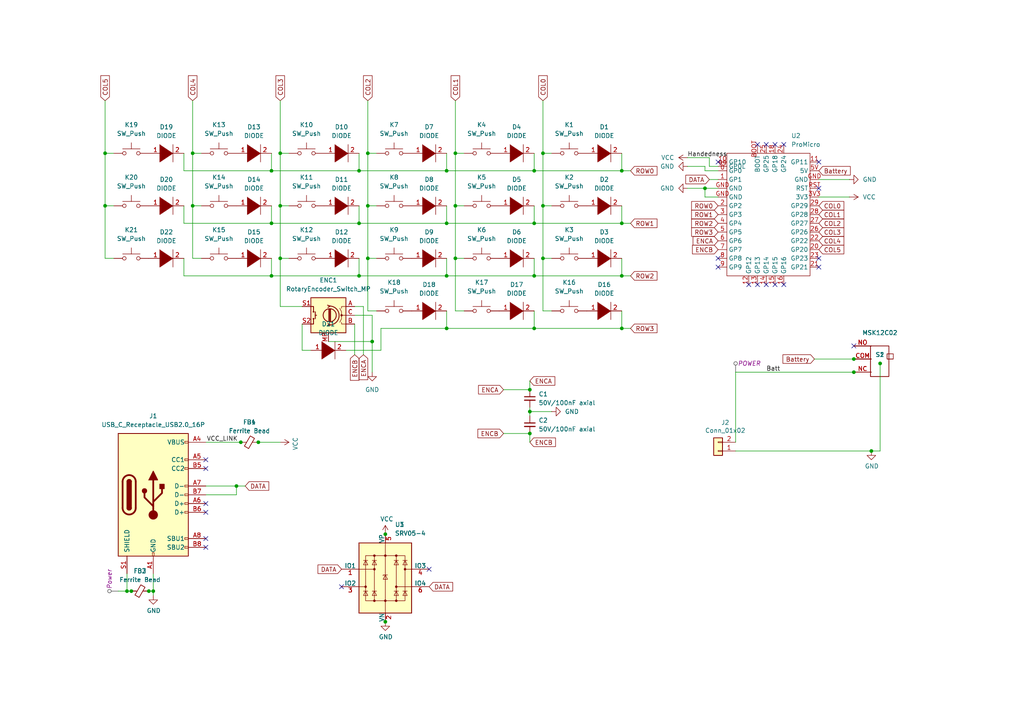
<source format=kicad_sch>
(kicad_sch (version 20250114) (generator "eeschema") (generator_version "9.0")
  (paper "A4")
  (title_block (title "Cirrus40") (rev "1") (company "schuay"))
  (lib_symbols
    (symbol "cirrus40:C_Small" (pin_numbers (hide yes)) (pin_names (offset 0.254) (hide yes))
      (property "Reference" "C2" (at 2.3368 1.1684 0))
      (property "Value" "50V/100nF axial" (at 2.3368 -1.143 0))
      (symbol "C_Small_0_1"
        (polyline (pts (xy -1.524 0.508) (xy 1.524 0.508)) (stroke (width 0.3048)))
        (polyline (pts (xy -1.524 -0.508) (xy 1.524 -0.508)) (stroke (width 0.3302)))
      )
      (symbol "C_Small_1_1"
        (pin passive line (at 0 2.54 270) (length 2.032) (name "~") (number "1"))
        (pin passive line (at 0 -2.54 90) (length 2.032) (name "~") (number "2"))
      )
    )
    (symbol "cirrus40:Conn_01x02" (pin_names (offset 1.016) (hide yes))
      (property "Reference" "J" (at 0 2.54 0))
      (property "Value" "Conn_01x02" (at 0 -5.08 0))
      (symbol "Conn_01x02_1_1"
        (rectangle (start -1.27 1.27) (end 1.27 -3.81) (stroke (width 0.254)) (fill (type background)))
        (rectangle (start -1.27 0.127) (end 0 -0.127) (stroke (width 0.1524)))
        (rectangle (start -1.27 -2.413) (end 0 -2.667) (stroke (width 0.1524)))
        (pin passive line (at -5.08 0 0) (length 3.81) (name "Pin_1") (number "1"))
        (pin passive line (at -5.08 -2.54 0) (length 3.81) (name "Pin_2") (number "2"))
      )
    )
    (symbol "cirrus40:DIODE" (pin_names (offset 1.016) (hide yes))
      (property "Reference" "D" (at 0 3.81 0))
      (property "Value" "DIODE" (at 0 -4.445 0))
      (symbol "DIODE_0_1"
        (polyline (pts (xy -1.905 2.54) (xy -1.905 -2.54) (xy 1.905 0)) (fill (type outline)))
        (polyline (pts (xy 1.905 2.54) (xy 1.905 -2.54)))
      )
      (symbol "DIODE_1_1"
        (pin input line (at -5.08 0 0) (length 3.81) (name "K") (number "1"))
        (pin input line (at 5.08 0 180) (length 3.81) (name "A") (number "2"))
      )
    )
    (symbol "cirrus40:Ferrite Bead" (pin_numbers (hide yes)) (pin_names (offset 0))
      (property "Reference" "FB" (at 1.905 1.27 0))
      (property "Value" "Ferrite Bead" (at 1.905 -1.27 0))
      (symbol "Ferrite Bead_0_1"
        (polyline (pts (xy -1.8288 0.2794) (xy -1.1176 1.4986) (xy 1.8288 -0.2032) (xy 1.1176 -1.4224) (xy -1.8288 0.2794)))
        (polyline (pts (xy 0 0.889) (xy 0 1.2954)))
        (polyline (pts (xy 0 -1.27) (xy 0 -0.7874)))
      )
      (symbol "Ferrite Bead_1_1"
        (pin passive line (at 0 2.54 270) (length 1.27) (name "~") (number "1"))
        (pin passive line (at 0 -2.54 90) (length 1.27) (name "~") (number "2"))
      )
    )
    (symbol "cirrus40:MSK12C02" (pin_names (offset 0) (hide yes))
      (property "Reference" "SW" (at 0 7.62 0))
      (property "Value" "MSK12C02" (at 0 5.08 0))
      (symbol "MSK12C02_0_1"
        (rectangle (start -3.81 -1.27) (end -2.032 -2.794))
        (rectangle (start -2.54 3.81) (end 2.794 -5.08))
      )
      (symbol "MSK12C02_1_1"
        (pin power_in line (at 0 0 90) (length 2.54) (hide yes) (name "GND") (number "MP"))
        (pin power_in line (at 7.62 2.54 180) (length 5.08) (name "NC") (number "NC"))
        (pin power_out line (at 7.62 -1.27 180) (length 5.08) (name "COM") (number "COM"))
        (pin power_in line (at 7.62 -5.08 180) (length 5.08) (name "NO") (number "NO"))
      )
    )
    (symbol "cirrus40:RotaryEncoder_Switch_MP" (pin_names (offset 0.254) (hide yes))
      (property "Reference" "SW" (at 0 8.89 0))
      (property "Value" "RotaryEncoder_Switch_MP" (at 0 6.35 0))
      (symbol "RotaryEncoder_Switch_MP_0_1"
        (rectangle (start -5.08 5.08) (end 5.08 -5.08) (stroke (width 0.254)) (fill (type background)))
        (polyline (pts (xy -5.08 2.54) (xy -3.81 2.54) (xy -3.81 2.032)))
        (polyline (pts (xy -5.08 0) (xy -3.81 0) (xy -3.81 -1.016) (xy -3.302 -2.032)))
        (polyline (pts (xy -5.08 -2.54) (xy -3.81 -2.54) (xy -3.81 -2.032)))
        (polyline (pts (xy -4.318 0) (xy -3.81 0) (xy -3.81 1.016) (xy -3.302 2.032)))
        (circle (center -3.81 0) (radius 0.254) (fill (type outline)))
        (polyline (pts (xy -0.635 -1.778) (xy -0.635 1.778)) (stroke (width 0.254)))
        (circle (center -0.381 0) (radius 1.905) (stroke (width 0.254)))
        (polyline (pts (xy -0.381 -1.778) (xy -0.381 1.778)) (stroke (width 0.254)))
        (arc (start -0.381 -2.794) (mid -3.0988 -0.0635) (end -0.381 2.667) (stroke (width 0.254)))
        (polyline (pts (xy -0.127 1.778) (xy -0.127 -1.778)) (stroke (width 0.254)))
        (polyline (pts (xy 0.254 2.921) (xy -0.508 2.667) (xy 0.127 2.286)) (stroke (width 0.254)))
        (polyline (pts (xy 0.254 -3.048) (xy -0.508 -2.794) (xy 0.127 -2.413)) (stroke (width 0.254)))
        (polyline (pts (xy 3.81 1.016) (xy 3.81 -1.016)) (stroke (width 0.254)))
        (polyline (pts (xy 3.81 0) (xy 3.429 0)) (stroke (width 0.254)))
        (circle (center 4.318 1.016) (radius 0.127) (stroke (width 0.254)))
        (circle (center 4.318 -1.016) (radius 0.127) (stroke (width 0.254)))
        (polyline (pts (xy 5.08 2.54) (xy 4.318 2.54) (xy 4.318 1.016)) (stroke (width 0.254)))
        (polyline (pts (xy 5.08 -2.54) (xy 4.318 -2.54) (xy 4.318 -1.016)) (stroke (width 0.254)))
      )
      (symbol "RotaryEncoder_Switch_MP_1_1"
        (pin passive line (at -7.62 2.54 0) (length 2.54) (name "A") (number "A"))
        (pin passive line (at -7.62 0 0) (length 2.54) (name "C") (number "C"))
        (pin passive line (at -7.62 -2.54 0) (length 2.54) (name "B") (number "B"))
        (pin passive line (at 0 -7.62 90) (length 2.54) (name "MP") (number "MP"))
        (pin passive line (at 7.62 2.54 180) (length 2.54) (name "S1") (number "S1"))
        (pin passive line (at 7.62 -2.54 180) (length 2.54) (name "S2") (number "S2"))
      )
    )
    (symbol "cirrus40:SRV05-4" (pin_names (offset 0))
      (property "Reference" "U" (at -5.08 11.43 0))
      (property "Value" "SRV05-4" (at 2.54 11.43 0))
      (symbol "SRV05-4_0_0"
        (rectangle (start -5.715 6.477) (end 5.715 -6.604))
        (polyline (pts (xy -3.175 -6.604) (xy -3.175 6.477)))
        (polyline (pts (xy 3.175 6.477) (xy 3.175 -6.604)))
      )
      (symbol "SRV05-4_0_1"
        (polyline (pts (xy -7.747 2.54) (xy -3.175 2.54)))
        (rectangle (start -7.62 10.16) (end 7.62 -10.16) (stroke (width 0.254)) (fill (type background)))
        (polyline (pts (xy -7.62 -2.54) (xy -5.715 -2.54)))
        (circle (center -5.715 -2.54) (radius 0.2794) (fill (type outline)))
        (polyline (pts (xy -5.08 5.08) (xy -6.35 5.08)))
        (polyline (pts (xy -5.08 3.81) (xy -6.35 3.81) (xy -5.715 5.08) (xy -5.08 3.81)))
        (polyline (pts (xy -5.08 -3.81) (xy -6.35 -3.81)))
        (polyline (pts (xy -5.08 -5.08) (xy -6.35 -5.08) (xy -5.715 -3.81) (xy -5.08 -5.08)))
        (circle (center -3.175 6.477) (radius 0.2794) (fill (type outline)))
        (circle (center -3.175 2.54) (radius 0.2794) (fill (type outline)))
        (circle (center -3.175 -6.604) (radius 0.2794) (fill (type outline)))
        (polyline (pts (xy -2.54 5.08) (xy -3.81 5.08)))
        (polyline (pts (xy -2.54 3.81) (xy -3.81 3.81) (xy -3.175 5.08) (xy -2.54 3.81)))
        (polyline (pts (xy -2.54 -3.81) (xy -3.81 -3.81)))
        (polyline (pts (xy -2.54 -5.08) (xy -3.81 -5.08) (xy -3.175 -3.81) (xy -2.54 -5.08)))
        (polyline (pts (xy 0 10.16) (xy 0 -10.16)))
        (circle (center 0 6.477) (radius 0.2794) (fill (type outline)))
        (circle (center 0 -6.604) (radius 0.2794) (fill (type outline)))
        (polyline (pts (xy 0.635 0.889) (xy -0.635 0.889) (xy -0.635 0.635)))
        (polyline (pts (xy 0.635 -0.381) (xy -0.635 -0.381) (xy 0 0.889) (xy 0.635 -0.381)))
        (circle (center 3.175 6.477) (radius 0.2794) (fill (type outline)))
        (circle (center 3.175 -2.54) (radius 0.2794) (fill (type outline)))
        (circle (center 3.175 -6.604) (radius 0.2794) (fill (type outline)))
        (polyline (pts (xy 3.81 5.08) (xy 2.54 5.08)))
        (polyline (pts (xy 3.81 3.81) (xy 2.54 3.81) (xy 3.175 5.08) (xy 3.81 3.81)))
        (polyline (pts (xy 3.81 -3.81) (xy 2.54 -3.81)))
        (polyline (pts (xy 3.81 -5.08) (xy 2.54 -5.08) (xy 3.175 -3.81) (xy 3.81 -5.08)))
        (circle (center 5.715 2.54) (radius 0.2794) (fill (type outline)))
        (polyline (pts (xy 6.35 5.08) (xy 5.08 5.08)))
        (polyline (pts (xy 6.35 3.81) (xy 5.08 3.81) (xy 5.715 5.08) (xy 6.35 3.81)))
        (polyline (pts (xy 6.35 -3.81) (xy 5.08 -3.81)))
        (polyline (pts (xy 6.35 -5.08) (xy 5.08 -5.08) (xy 5.715 -3.81) (xy 6.35 -5.08)))
        (polyline (pts (xy 7.62 2.54) (xy 5.715 2.54)))
        (polyline (pts (xy 7.62 -2.54) (xy 3.175 -2.54)))
      )
      (symbol "SRV05-4_1_1"
        (pin passive line (at -12.7 2.54 0) (length 5.08) (name "IO1") (number "1"))
        (pin passive line (at -12.7 -2.54 0) (length 5.08) (name "IO2") (number "3"))
        (pin passive line (at 0 12.7 270) (length 2.54) (name "VP") (number "5"))
        (pin passive line (at 0 -12.7 90) (length 2.54) (name "VN") (number "2"))
        (pin passive line (at 12.7 2.54 180) (length 5.08) (name "IO3") (number "4"))
        (pin passive line (at 12.7 -2.54 180) (length 5.08) (name "IO4") (number "6"))
      )
    )
    (symbol "cirrus40:SW_Push" (pin_numbers (hide yes)) (pin_names (offset 1.016) (hide yes))
      (property "Reference" "SW" (at 1.27 2.54 0))
      (property "Value" "SW_Push" (at 0 -1.524 0))
      (symbol "SW_Push_0_1"
        (circle (center -2.032 0) (radius 0.508))
        (polyline (pts (xy 0 1.27) (xy 0 3.048)))
        (circle (center 2.032 0) (radius 0.508))
        (polyline (pts (xy 2.54 1.27) (xy -2.54 1.27)))
        (pin passive line (at -5.08 0 0) (length 2.54) (name "1") (number "1"))
        (pin passive line (at 5.08 0 180) (length 2.54) (name "2") (number "2"))
      )
    )
    (symbol "cirrus40:USB_C_Receptacle_USB2.0_16P" (pin_names (offset 1.016))
      (property "Reference" "J" (at 0 22.225 0))
      (property "Value" "USB_C_Receptacle_USB2.0_16P" (at 0 19.685 0))
      (symbol "USB_C_Receptacle_USB2.0_16P_0_0"
        (rectangle (start -0.254 -17.78) (end 0.254 -16.764))
        (rectangle (start 10.16 15.494) (end 9.144 14.986))
        (rectangle (start 10.16 10.414) (end 9.144 9.906))
        (rectangle (start 10.16 7.874) (end 9.144 7.366))
        (rectangle (start 10.16 2.794) (end 9.144 2.286))
        (rectangle (start 10.16 0.254) (end 9.144 -0.254))
        (rectangle (start 10.16 -2.286) (end 9.144 -2.794))
        (rectangle (start 10.16 -4.826) (end 9.144 -5.334))
        (rectangle (start 10.16 -12.446) (end 9.144 -12.954))
        (rectangle (start 10.16 -14.986) (end 9.144 -15.494))
      )
      (symbol "USB_C_Receptacle_USB2.0_16P_0_1"
        (rectangle (start -10.16 17.78) (end 10.16 -17.78) (stroke (width 0.254)) (fill (type background)))
        (polyline (pts (xy -8.89 -3.81) (xy -8.89 3.81)) (stroke (width 0.508)))
        (rectangle (start -7.62 -3.81) (end -6.35 3.81) (stroke (width 0.254)) (fill (type outline)))
        (arc (start -7.62 3.81) (mid -6.985 4.4423) (end -6.35 3.81) (stroke (width 0.254)))
        (arc (start -7.62 3.81) (mid -6.985 4.4423) (end -6.35 3.81) (stroke (width 0.254)) (fill (type outline)))
        (arc (start -8.89 3.81) (mid -6.985 5.7067) (end -5.08 3.81) (stroke (width 0.508)))
        (arc (start -5.08 -3.81) (mid -6.985 -5.7067) (end -8.89 -3.81) (stroke (width 0.508)))
        (arc (start -6.35 -3.81) (mid -6.985 -4.4423) (end -7.62 -3.81) (stroke (width 0.254)))
        (arc (start -6.35 -3.81) (mid -6.985 -4.4423) (end -7.62 -3.81) (stroke (width 0.254)) (fill (type outline)))
        (polyline (pts (xy -5.08 3.81) (xy -5.08 -3.81)) (stroke (width 0.508)))
        (circle (center -2.54 1.143) (radius 0.635) (stroke (width 0.254)) (fill (type outline)))
        (polyline (pts (xy -1.27 4.318) (xy 0 6.858) (xy 1.27 4.318) (xy -1.27 4.318)) (stroke (width 0.254)) (fill (type outline)))
        (polyline (pts (xy 0 -2.032) (xy 2.54 0.508) (xy 2.54 1.778)) (stroke (width 0.508)))
        (polyline (pts (xy 0 -3.302) (xy -2.54 -0.762) (xy -2.54 0.508)) (stroke (width 0.508)))
        (polyline (pts (xy 0 -5.842) (xy 0 4.318)) (stroke (width 0.508)))
        (circle (center 0 -5.842) (radius 1.27) (fill (type outline)))
        (rectangle (start 1.905 1.778) (end 3.175 3.048) (stroke (width 0.254)) (fill (type outline)))
      )
      (symbol "USB_C_Receptacle_USB2.0_16P_1_1"
        (pin passive line (at -7.62 -22.86 90) (length 5.08) (name "SHIELD") (number "S1"))
        (pin passive line (at 0 -22.86 90) (length 5.08) (name "GND") (number "A1"))
        (pin passive line (at 0 -22.86 90) (length 5.08) (hide yes) (name "GND") (number "A12"))
        (pin passive line (at 0 -22.86 90) (length 5.08) (hide yes) (name "GND") (number "B1"))
        (pin passive line (at 0 -22.86 90) (length 5.08) (hide yes) (name "GND") (number "B12"))
        (pin passive line (at 15.24 15.24 180) (length 5.08) (name "VBUS") (number "A4"))
        (pin passive line (at 15.24 15.24 180) (length 5.08) (hide yes) (name "VBUS") (number "A9"))
        (pin passive line (at 15.24 15.24 180) (length 5.08) (hide yes) (name "VBUS") (number "B4"))
        (pin passive line (at 15.24 15.24 180) (length 5.08) (hide yes) (name "VBUS") (number "B9"))
        (pin bidirectional line (at 15.24 10.16 180) (length 5.08) (name "CC1") (number "A5"))
        (pin bidirectional line (at 15.24 7.62 180) (length 5.08) (name "CC2") (number "B5"))
        (pin bidirectional line (at 15.24 2.54 180) (length 5.08) (name "D-") (number "A7"))
        (pin bidirectional line (at 15.24 0 180) (length 5.08) (name "D-") (number "B7"))
        (pin bidirectional line (at 15.24 -2.54 180) (length 5.08) (name "D+") (number "A6"))
        (pin bidirectional line (at 15.24 -5.08 180) (length 5.08) (name "D+") (number "B6"))
        (pin bidirectional line (at 15.24 -12.7 180) (length 5.08) (name "SBU1") (number "A8"))
        (pin bidirectional line (at 15.24 -15.24 180) (length 5.08) (name "SBU2") (number "B8"))
      )
    )
    (symbol "cirrus40:pro_micro_rp2040"
      (property "Reference" "U2" (at 7.2233 22.86 0))
      (property "Value" "~" (at 7.2233 20.32 0))
      (symbol "pro_micro_rp2040_0_1"
        (rectangle (start -11.43 17.78) (end 12.7 -17.78))
      )
      (symbol "pro_micro_rp2040_1_1"
        (pin bidirectional line (at -13.97 15.24 0) (length 2.54) (name "GP10") (number "10"))
        (pin bidirectional line (at -13.97 13.97 0) (length 2.54) (name "GP0L") (number "99"))
        (pin bidirectional line (at -13.97 12.7 0) (length 2.54) (name "GP0") (number "0"))
        (pin bidirectional line (at -13.97 10.16 0) (length 2.54) (name "GP1") (number "1"))
        (pin unspecified line (at -13.97 7.62 0) (length 2.54) (name "GND") (number "GND"))
        (pin unspecified line (at -13.97 5.08 0) (length 2.54) (name "GND") (number "GND"))
        (pin bidirectional line (at -13.97 2.54 0) (length 2.54) (name "GP2") (number "2"))
        (pin bidirectional line (at -13.97 0 0) (length 2.54) (name "GP3") (number "3"))
        (pin bidirectional line (at -13.97 -2.54 0) (length 2.54) (name "GP4") (number "4"))
        (pin bidirectional line (at -13.97 -5.08 0) (length 2.54) (name "GP5") (number "5"))
        (pin bidirectional line (at -13.97 -7.62 0) (length 2.54) (name "GP6") (number "6"))
        (pin bidirectional line (at -13.97 -10.16 0) (length 2.54) (name "GP7") (number "7"))
        (pin bidirectional line (at -13.97 -12.7 0) (length 2.54) (name "GP8") (number "8"))
        (pin bidirectional line (at -13.97 -15.24 0) (length 2.54) (name "GP9") (number "9"))
        (pin bidirectional line (at -5.08 -20.32 90) (length 2.54) (name "GP12") (number "12"))
        (pin unspecified line (at -2.54 20.32 270) (length 2.54) (name "BOOT") (number "BOOT"))
        (pin bidirectional line (at -2.54 -20.32 90) (length 2.54) (name "GP13") (number "13"))
        (pin unspecified line (at 0 20.32 270) (length 2.54) (name "GP25") (number "25"))
        (pin bidirectional line (at 0 -20.32 90) (length 2.54) (name "GP14") (number "14"))
        (pin unspecified line (at 2.54 20.32 270) (length 2.54) (name "GP18") (number "18"))
        (pin bidirectional line (at 2.54 -20.32 90) (length 2.54) (name "GP15") (number "15"))
        (pin unspecified line (at 5.08 20.32 270) (length 2.54) (name "GP24") (number "24"))
        (pin bidirectional line (at 5.08 -20.32 90) (length 2.54) (name "GP16") (number "16"))
        (pin bidirectional line (at 15.24 15.24 180) (length 2.54) (name "GP11") (number "11"))
        (pin unspecified line (at 15.24 12.7 180) (length 2.54) (name "5V") (number "5V"))
        (pin unspecified line (at 15.24 10.16 180) (length 2.54) (name "GND") (number "GND"))
        (pin unspecified line (at 15.24 7.62 180) (length 2.54) (name "RST") (number "RST"))
        (pin unspecified line (at 15.24 5.08 180) (length 2.54) (name "3V3") (number "3V3"))
        (pin bidirectional line (at 15.24 2.54 180) (length 2.54) (name "GP29") (number "29"))
        (pin bidirectional line (at 15.24 0 180) (length 2.54) (name "GP28") (number "28"))
        (pin bidirectional line (at 15.24 -2.54 180) (length 2.54) (name "GP27") (number "27"))
        (pin bidirectional line (at 15.24 -5.08 180) (length 2.54) (name "GP26") (number "26"))
        (pin bidirectional line (at 15.24 -7.62 180) (length 2.54) (name "GP22") (number "22"))
        (pin bidirectional line (at 15.24 -10.16 180) (length 2.54) (name "GP20") (number "20"))
        (pin bidirectional line (at 15.24 -12.7 180) (length 2.54) (name "GP23") (number "23"))
        (pin bidirectional line (at 15.24 -15.24 180) (length 2.54) (name "GP21") (number "21"))
      )
    )
    (symbol "power:GND" (power) (pin_numbers (hide yes)) (pin_names (offset 0) (hide yes))
      (property "Value" "GND" (at 0 -3.81 0))
      (symbol "GND_0_1"
        (polyline (pts (xy 0 0) (xy 0 -1.27) (xy 1.27 -1.27) (xy 0 -2.54) (xy -1.27 -1.27) (xy 0 -1.27)))
      )
      (symbol "GND_1_1"
        (pin power_in line (at 0 0 270) (length 0) (name "~") (number "1"))
      )
    )
    (symbol "power:VCC" (power) (pin_numbers (hide yes)) (pin_names (offset 0) (hide yes))
      (property "Value" "VCC" (at 0 3.556 0))
      (symbol "VCC_0_1"
        (polyline (pts (xy -0.762 1.27) (xy 0 2.54)))
        (polyline (pts (xy 0 2.54) (xy 0.762 1.27)))
        (polyline (pts (xy 0 0) (xy 0 2.54)))
      )
      (symbol "VCC_1_1"
        (pin power_in line (at 0 0 90) (length 0) (name "~") (number "1"))
      )
    )
  )
  (junction (at 106.68 59.69))
  (junction (at 104.14 64.77))
  (junction (at 180.34 95.25))
  (junction (at 153.67 113.03))
  (junction (at 44.45 171.45))
  (junction (at 157.48 74.93))
  (junction (at 247.65 104.14))
  (junction (at 38.1 171.45))
  (junction (at 157.48 44.45))
  (junction (at 154.94 64.77))
  (junction (at 111.76 180.34))
  (junction (at 252.73 130.81))
  (junction (at 157.48 59.69))
  (junction (at 129.54 64.77))
  (junction (at 204.47 54.61))
  (junction (at 104.14 49.53))
  (junction (at 69.85 128.27))
  (junction (at 81.28 44.45))
  (junction (at 43.18 171.45))
  (junction (at 129.54 49.53))
  (junction (at 106.68 44.45))
  (junction (at 132.08 59.69))
  (junction (at 154.94 49.53))
  (junction (at 180.34 49.53))
  (junction (at 55.88 59.69))
  (junction (at 153.67 125.73))
  (junction (at 78.74 80.01))
  (junction (at 74.93 128.27))
  (junction (at 247.65 107.95))
  (junction (at 78.74 49.53))
  (junction (at 129.54 95.25))
  (junction (at 153.67 119.38))
  (junction (at 107.95 99.06))
  (junction (at 106.68 74.93))
  (junction (at 36.83 171.45))
  (junction (at 78.74 64.77))
  (junction (at 81.28 59.69))
  (junction (at 81.28 74.93))
  (junction (at 30.48 44.45))
  (junction (at 132.08 74.93))
  (junction (at 55.88 44.45))
  (junction (at 68.58 140.97))
  (junction (at 180.34 80.01))
  (junction (at 154.94 80.01))
  (junction (at 104.14 80.01))
  (junction (at 30.48 59.69))
  (junction (at 129.54 80.01))
  (junction (at 255.27 105.41))
  (junction (at 154.94 95.25))
  (junction (at 111.76 154.94))
  (junction (at 180.34 64.77))
  (junction (at 132.08 44.45))
  (no_connect (at 59.69 146.05))
  (no_connect (at 208.28 74.93))
  (no_connect (at 59.69 156.21))
  (no_connect (at 59.69 148.59))
  (no_connect (at 208.28 46.99))
  (no_connect (at 237.49 54.61))
  (no_connect (at 227.33 41.91))
  (no_connect (at 222.25 82.55))
  (no_connect (at 224.79 41.91))
  (no_connect (at 219.71 82.55))
  (no_connect (at 59.69 135.89))
  (no_connect (at 247.65 100.33))
  (no_connect (at 237.49 74.93))
  (no_connect (at 224.79 82.55))
  (no_connect (at 99.06 170.18))
  (no_connect (at 217.17 82.55))
  (no_connect (at 59.69 133.35))
  (no_connect (at 208.28 77.47))
  (no_connect (at 227.33 82.55))
  (no_connect (at 237.49 77.47))
  (no_connect (at 237.49 46.99))
  (no_connect (at 124.46 165.1))
  (no_connect (at 59.69 158.75))
  (no_connect (at 222.25 41.91))
  (no_connect (at 219.71 41.91))
  (wire (pts (xy 107.95 91.44) (xy 107.95 99.06)))
  (wire (pts (xy 154.94 64.77) (xy 180.34 64.77)))
  (wire (pts (xy 55.88 44.45) (xy 55.88 59.69)))
  (wire (pts (xy 55.88 59.69) (xy 55.88 74.93)))
  (wire (pts (xy 30.48 59.69) (xy 30.48 74.93)))
  (wire (pts (xy 132.08 44.45) (xy 132.08 59.69)))
  (wire (pts (xy 55.88 59.69) (xy 58.42 59.69)))
  (wire (pts (xy 205.74 45.72) (xy 199.39 45.72)))
  (wire (pts (xy 36.83 171.45) (xy 38.1 171.45)))
  (wire (pts (xy 153.67 119.38) (xy 160.02 119.38)))
  (wire (pts (xy 87.63 101.6) (xy 90.17 101.6)))
  (wire (pts (xy 154.94 59.69) (xy 154.94 64.77)))
  (wire (pts (xy 81.28 59.69) (xy 83.82 59.69)))
  (wire (pts (xy 104.14 80.01) (xy 129.54 80.01)))
  (wire (pts (xy 129.54 95.25) (xy 154.94 95.25)))
  (wire (pts (xy 30.48 44.45) (xy 33.02 44.45)))
  (wire (pts (xy 208.28 57.15) (xy 204.47 57.15)))
  (wire (pts (xy 153.67 110.49) (xy 153.67 113.03)))
  (wire (pts (xy 78.74 49.53) (xy 104.14 49.53)))
  (wire (pts (xy 59.69 140.97) (xy 68.58 140.97)))
  (wire (pts (xy 102.87 88.9) (xy 105.41 88.9)))
  (wire (pts (xy 53.34 74.93) (xy 53.34 80.01)))
  (wire (pts (xy 157.48 29.21) (xy 157.48 44.45)))
  (wire (pts (xy 81.28 88.9) (xy 87.63 88.9)))
  (wire (pts (xy 81.28 59.69) (xy 81.28 74.93)))
  (wire (pts (xy 157.48 74.93) (xy 160.02 74.93)))
  (wire (pts (xy 44.45 172.72) (xy 44.45 171.45)))
  (wire (pts (xy 208.28 48.26) (xy 205.74 48.26)))
  (wire (pts (xy 104.14 44.45) (xy 104.14 49.53)))
  (wire (pts (xy 78.74 64.77) (xy 104.14 64.77)))
  (wire (pts (xy 105.41 88.9) (xy 105.41 102.87)))
  (wire (pts (xy 30.48 59.69) (xy 33.02 59.69)))
  (wire (pts (xy 204.47 54.61) (xy 204.47 57.15)))
  (wire (pts (xy 69.85 128.27) (xy 59.69 128.27)))
  (wire (pts (xy 53.34 49.53) (xy 78.74 49.53)))
  (wire (pts (xy 204.47 49.53) (xy 204.47 48.26)))
  (wire (pts (xy 100.33 101.6) (xy 110.49 101.6)))
  (wire (pts (xy 146.05 125.73) (xy 153.67 125.73)))
  (wire (pts (xy 180.34 90.17) (xy 180.34 95.25)))
  (wire (pts (xy 53.34 80.01) (xy 78.74 80.01)))
  (wire (pts (xy 129.54 80.01) (xy 154.94 80.01)))
  (wire (pts (xy 246.38 52.07) (xy 237.49 52.07)))
  (wire (pts (xy 104.14 59.69) (xy 104.14 64.77)))
  (wire (pts (xy 132.08 74.93) (xy 134.62 74.93)))
  (wire (pts (xy 107.95 99.06) (xy 107.95 107.95)))
  (wire (pts (xy 106.68 74.93) (xy 109.22 74.93)))
  (wire (pts (xy 81.28 128.27) (xy 74.93 128.27)))
  (wire (pts (xy 208.28 49.53) (xy 204.47 49.53)))
  (wire (pts (xy 213.36 130.81) (xy 252.73 130.81)))
  (wire (pts (xy 44.45 166.37) (xy 44.45 171.45)))
  (wire (pts (xy 205.74 48.26) (xy 205.74 45.72)))
  (wire (pts (xy 106.68 44.45) (xy 106.68 59.69)))
  (wire (pts (xy 199.39 54.61) (xy 204.47 54.61)))
  (wire (pts (xy 78.74 74.93) (xy 78.74 80.01)))
  (wire (pts (xy 204.47 48.26) (xy 199.39 48.26)))
  (wire (pts (xy 95.25 99.06) (xy 107.95 99.06)))
  (wire (pts (xy 154.94 44.45) (xy 154.94 49.53)))
  (wire (pts (xy 110.49 101.6) (xy 110.49 95.25)))
  (wire (pts (xy 132.08 44.45) (xy 134.62 44.45)))
  (wire (pts (xy 104.14 49.53) (xy 129.54 49.53)))
  (wire (pts (xy 129.54 49.53) (xy 154.94 49.53)))
  (wire (pts (xy 180.34 49.53) (xy 182.88 49.53)))
  (wire (pts (xy 104.14 74.93) (xy 104.14 80.01)))
  (wire (pts (xy 180.34 80.01) (xy 182.88 80.01)))
  (wire (pts (xy 246.38 57.15) (xy 237.49 57.15)))
  (wire (pts (xy 153.67 118.11) (xy 153.67 119.38)))
  (wire (pts (xy 153.67 125.73) (xy 153.67 128.27)))
  (wire (pts (xy 180.34 59.69) (xy 180.34 64.77)))
  (wire (pts (xy 132.08 59.69) (xy 132.08 74.93)))
  (wire (pts (xy 132.08 90.17) (xy 134.62 90.17)))
  (wire (pts (xy 129.54 74.93) (xy 129.54 80.01)))
  (wire (pts (xy 106.68 59.69) (xy 106.68 74.93)))
  (wire (pts (xy 129.54 44.45) (xy 129.54 49.53)))
  (wire (pts (xy 154.94 80.01) (xy 180.34 80.01)))
  (wire (pts (xy 153.67 119.38) (xy 153.67 120.65)))
  (wire (pts (xy 129.54 90.17) (xy 129.54 95.25)))
  (wire (pts (xy 81.28 44.45) (xy 83.82 44.45)))
  (wire (pts (xy 36.83 166.37) (xy 36.83 171.45)))
  (wire (pts (xy 205.74 52.07) (xy 208.28 52.07)))
  (wire (pts (xy 204.47 54.61) (xy 208.28 54.61)))
  (wire (pts (xy 106.68 44.45) (xy 109.22 44.45)))
  (wire (pts (xy 236.22 104.14) (xy 247.65 104.14)))
  (wire (pts (xy 55.88 44.45) (xy 58.42 44.45)))
  (wire (pts (xy 30.48 44.45) (xy 30.48 59.69)))
  (wire (pts (xy 106.68 74.93) (xy 106.68 90.17)))
  (wire (pts (xy 129.54 64.77) (xy 154.94 64.77)))
  (wire (pts (xy 154.94 90.17) (xy 154.94 95.25)))
  (wire (pts (xy 55.88 74.93) (xy 58.42 74.93)))
  (wire (pts (xy 180.34 74.93) (xy 180.34 80.01)))
  (wire (pts (xy 213.36 107.95) (xy 247.65 107.95)))
  (wire (pts (xy 180.34 44.45) (xy 180.34 49.53)))
  (wire (pts (xy 53.34 59.69) (xy 53.34 64.77)))
  (wire (pts (xy 30.48 74.93) (xy 33.02 74.93)))
  (wire (pts (xy 55.88 29.21) (xy 55.88 44.45)))
  (wire (pts (xy 157.48 90.17) (xy 160.02 90.17)))
  (wire (pts (xy 53.34 44.45) (xy 53.34 49.53)))
  (wire (pts (xy 43.18 171.45) (xy 44.45 171.45)))
  (wire (pts (xy 213.36 107.95) (xy 213.36 128.27)))
  (wire (pts (xy 129.54 59.69) (xy 129.54 64.77)))
  (wire (pts (xy 110.49 95.25) (xy 129.54 95.25)))
  (wire (pts (xy 106.68 90.17) (xy 109.22 90.17)))
  (wire (pts (xy 146.05 113.03) (xy 153.67 113.03)))
  (wire (pts (xy 132.08 29.21) (xy 132.08 44.45)))
  (wire (pts (xy 157.48 74.93) (xy 157.48 90.17)))
  (wire (pts (xy 157.48 59.69) (xy 160.02 59.69)))
  (wire (pts (xy 53.34 64.77) (xy 78.74 64.77)))
  (wire (pts (xy 34.29 171.45) (xy 36.83 171.45)))
  (wire (pts (xy 255.27 130.81) (xy 252.73 130.81)))
  (wire (pts (xy 78.74 80.01) (xy 104.14 80.01)))
  (wire (pts (xy 102.87 91.44) (xy 107.95 91.44)))
  (wire (pts (xy 157.48 59.69) (xy 157.48 74.93)))
  (wire (pts (xy 81.28 44.45) (xy 81.28 59.69)))
  (wire (pts (xy 68.58 143.51) (xy 59.69 143.51)))
  (wire (pts (xy 78.74 44.45) (xy 78.74 49.53)))
  (wire (pts (xy 78.74 59.69) (xy 78.74 64.77)))
  (wire (pts (xy 106.68 59.69) (xy 109.22 59.69)))
  (wire (pts (xy 157.48 44.45) (xy 157.48 59.69)))
  (wire (pts (xy 157.48 44.45) (xy 160.02 44.45)))
  (wire (pts (xy 87.63 93.98) (xy 87.63 101.6)))
  (wire (pts (xy 81.28 29.21) (xy 81.28 44.45)))
  (wire (pts (xy 132.08 59.69) (xy 134.62 59.69)))
  (wire (pts (xy 106.68 29.21) (xy 106.68 44.45)))
  (wire (pts (xy 132.08 74.93) (xy 132.08 90.17)))
  (wire (pts (xy 180.34 95.25) (xy 182.88 95.25)))
  (wire (pts (xy 154.94 95.25) (xy 180.34 95.25)))
  (wire (pts (xy 154.94 49.53) (xy 180.34 49.53)))
  (wire (pts (xy 30.48 29.21) (xy 30.48 44.45)))
  (wire (pts (xy 102.87 93.98) (xy 102.87 102.87)))
  (wire (pts (xy 104.14 64.77) (xy 129.54 64.77)))
  (wire (pts (xy 180.34 64.77) (xy 182.88 64.77)))
  (wire (pts (xy 81.28 74.93) (xy 81.28 88.9)))
  (wire (pts (xy 81.28 74.93) (xy 83.82 74.93)))
  (wire (pts (xy 68.58 140.97) (xy 71.12 140.97)))
  (wire (pts (xy 154.94 74.93) (xy 154.94 80.01)))
  (wire (pts (xy 68.58 140.97) (xy 68.58 143.51)))
  (wire (pts (xy 255.27 105.41) (xy 255.27 130.81)))
  (label "Batt" (at 222.25 107.95 0))
  (label "VCC_LINK" (at 59.944 128.27 0))
  (label "Handedness" (at 199.39 45.72 0))
  (global_label "ROW0" (shape input) (at 182.88 49.53 0) (property "Intersheetrefs" "${INTERSHEET_REFS}" (effects (hide yes))))
  (global_label "Battery" (shape input) (at 237.49 49.53 0) (property "Intersheetrefs" "${INTERSHEET_REFS}" (effects (hide yes))))
  (global_label "ENCB" (shape input) (at 146.05 125.73 180) (property "Intersheetrefs" "${INTERSHEET_REFS}" (effects (hide yes))))
  (global_label "COL3" (shape input) (at 81.28 29.21 90) (property "Intersheetrefs" "${INTERSHEET_REFS}" (effects (hide yes))))
  (global_label "ENCA" (shape input) (at 153.67 110.49 0) (property "Intersheetrefs" "${INTERSHEET_REFS}" (effects (hide yes))))
  (global_label "COL1" (shape input) (at 237.49 62.23 0) (property "Intersheetrefs" "${INTERSHEET_REFS}" (effects (hide yes))))
  (global_label "COL0" (shape input) (at 157.48 29.21 90) (property "Intersheetrefs" "${INTERSHEET_REFS}" (effects (hide yes))))
  (global_label "ENCA" (shape input) (at 208.28 69.85 180) (property "Intersheetrefs" "${INTERSHEET_REFS}" (effects (hide yes))))
  (global_label "ROW1" (shape input) (at 182.88 64.77 0) (property "Intersheetrefs" "${INTERSHEET_REFS}" (effects (hide yes))))
  (global_label "ENCB" (shape input) (at 102.87 102.87 270) (property "Intersheetrefs" "${INTERSHEET_REFS}" (effects (hide yes))))
  (global_label "Battery" (shape input) (at 236.22 104.14 180) (property "Intersheetrefs" "${INTERSHEET_REFS}" (effects (hide yes))))
  (global_label "COL2" (shape input) (at 237.49 64.77 0) (property "Intersheetrefs" "${INTERSHEET_REFS}" (effects (hide yes))))
  (global_label "ENCB" (shape input) (at 208.28 72.39 180) (property "Intersheetrefs" "${INTERSHEET_REFS}" (effects (hide yes))))
  (global_label "ROW2" (shape input) (at 182.88 80.01 0) (property "Intersheetrefs" "${INTERSHEET_REFS}" (effects (hide yes))))
  (global_label "DATA" (shape input) (at 71.12 140.97 0) (property "Intersheetrefs" "${INTERSHEET_REFS}" (effects (hide yes))))
  (global_label "DATA" (shape input) (at 124.46 170.18 0) (property "Intersheetrefs" "${INTERSHEET_REFS}" (effects (hide yes))))
  (global_label "COL1" (shape input) (at 132.08 29.21 90) (property "Intersheetrefs" "${INTERSHEET_REFS}" (effects (hide yes))))
  (global_label "ROW3" (shape input) (at 208.28 67.31 180) (property "Intersheetrefs" "${INTERSHEET_REFS}" (effects (hide yes))))
  (global_label "COL0" (shape input) (at 237.49 59.69 0) (property "Intersheetrefs" "${INTERSHEET_REFS}" (effects (hide yes))))
  (global_label "ROW3" (shape input) (at 182.88 95.25 0) (property "Intersheetrefs" "${INTERSHEET_REFS}" (effects (hide yes))))
  (global_label "ENCB" (shape input) (at 153.67 128.27 0) (property "Intersheetrefs" "${INTERSHEET_REFS}" (effects (hide yes))))
  (global_label "COL4" (shape input) (at 237.49 69.85 0) (property "Intersheetrefs" "${INTERSHEET_REFS}" (effects (hide yes))))
  (global_label "COL3" (shape input) (at 237.49 67.31 0) (property "Intersheetrefs" "${INTERSHEET_REFS}" (effects (hide yes))))
  (global_label "COL4" (shape input) (at 55.88 29.21 90) (property "Intersheetrefs" "${INTERSHEET_REFS}" (effects (hide yes))))
  (global_label "ROW2" (shape input) (at 208.28 64.77 180) (property "Intersheetrefs" "${INTERSHEET_REFS}" (effects (hide yes))))
  (global_label "DATA" (shape input) (at 205.74 52.07 180) (property "Intersheetrefs" "${INTERSHEET_REFS}" (effects (hide yes))))
  (global_label "ROW1" (shape input) (at 208.28 62.23 180) (property "Intersheetrefs" "${INTERSHEET_REFS}" (effects (hide yes))))
  (global_label "ROW0" (shape input) (at 208.28 59.69 180) (property "Intersheetrefs" "${INTERSHEET_REFS}" (effects (hide yes))))
  (global_label "ENCA" (shape input) (at 146.05 113.03 180) (property "Intersheetrefs" "${INTERSHEET_REFS}" (effects (hide yes))))
  (global_label "DATA" (shape input) (at 99.06 165.1 180) (property "Intersheetrefs" "${INTERSHEET_REFS}" (effects (hide yes))))
  (global_label "COL5" (shape input) (at 30.48 29.21 90) (property "Intersheetrefs" "${INTERSHEET_REFS}" (effects (hide yes))))
  (global_label "COL5" (shape input) (at 237.49 72.39 0) (property "Intersheetrefs" "${INTERSHEET_REFS}" (effects (hide yes))))
  (global_label "ENCA" (shape input) (at 105.41 102.87 270) (property "Intersheetrefs" "${INTERSHEET_REFS}" (effects (hide yes))))
  (global_label "COL2" (shape input) (at 106.68 29.21 90) (property "Intersheetrefs" "${INTERSHEET_REFS}" (effects (hide yes))))
  (netclass_flag "" (length 2.54) (shape round) (at 213.36 107.95 0) (property "Netclass" "POWER" (at 213.9696 105.41 0) (effects (font (italic yes)) (justify left))))
  (netclass_flag "" (length 2.54) (shape round) (at 34.29 171.45 90) (property "Netclass" "Power" (at 31.75 170.8404 90) (effects (font (italic yes)) (justify left))))
  (symbol (lib_id "power:GND") (at 44.45 172.72 0) (unit 1)
    (property "Reference" "#PWR011" (effects (hide yes)))
    (property "Value" "GND" (at 44.577 177.1142 0))
    (property "Description" "Power symbol creates a global label with name \"GND\" , ground" (effects (hide yes)))
  )
  (symbol (lib_id "power:VCC") (at 81.28 128.27 270) (unit 1)
    (property "Reference" "#PWR012" (effects (hide yes)))
    (property "Value" "VCC" (at 85.6742 128.7018 0))
    (property "Description" "Power symbol creates a global label with name \"VCC\"" (effects (hide yes)))
  )
  (symbol (lib_id "cirrus40:MSK12C02") (at 255.27 105.41 180) (unit 1)
    (property "Reference" "S1" (at 256.54 102.87 0) (effects (justify left)))
    (property "Value" "MSK12C02" (at 260.35 96.52 0) (effects (justify left)))
    (property "Footprint" "footprints:MSK12C02" (effects (hide yes)))
    (property "Description" "Switch, single pole double throw" (effects (hide yes)))
    (property "Height" "1.4" (effects (hide yes)))
    (property "Manufacturer_Name" "Shou Han" (effects (hide yes)))
    (property "Manufacturer_Part_Number" "MSK12C02" (effects (hide yes)))
  )
  (symbol (lib_id "power:GND") (at 252.73 130.81 0) (unit 1)
    (property "Reference" "#PWR023" (effects (hide yes)))
    (property "Value" "GND" (at 252.857 135.2042 0))
    (property "Description" "Power symbol creates a global label with name \"GND\" , ground" (effects (hide yes)))
  )
  (symbol (lib_id "cirrus40:Conn_01x02") (at 208.28 130.81 180) (unit 1) (in_bom no)
    (property "Reference" "J2" (at 210.3628 122.555 0))
    (property "Value" "Conn_01x02" (at 210.3628 124.8664 0))
    (property "Footprint" "footprints:PinHeader_1x02_P2.54mm_Vertical" (effects (hide yes)))
    (property "Description" "Generic connector, single row, 01x02, script generated (kicad-library-utils/schlib/autogen/connector/)" (effects (hide yes)))
  )
  (symbol (lib_id "cirrus40:SW_Push") (at 165.1 59.69 0) (unit 1)
    (property "Reference" "K2" (at 165.1 51.435 0))
    (property "Value" "SW_Push" (at 165.1 53.975 0))
    (property "Footprint" "footprints:SW_MX_HotSwap_Reversible" (effects (hide yes)))
    (property "Description" "Push button switch, generic, two pins" (effects (hide yes)))
  )
  (symbol (lib_id "cirrus40:Ferrite Bead") (at 40.64 171.45 90) (unit 1)
    (property "Reference" "FB2" (at 40.6019 165.608 90))
    (property "Value" "Ferrite Bead" (at 40.6019 168.148 90))
    (property "Footprint" "footprints:C_0603_1608Metric_Pad1.08x0.95mm_HandSolder" (effects (hide yes)))
    (property "Description" "Ferrite bead, small symbol" (effects (hide yes)))
    (property "LCSC" "C882974" (effects (hide yes)))
  )
  (symbol (lib_id "power:GND") (at 199.39 54.61 270) (unit 1)
    (property "Reference" "#PWR01" (effects (hide yes)))
    (property "Value" "GND" (at 195.58 54.6099 90) (effects (justify right)))
    (property "Description" "Power symbol creates a global label with name \"GND\" , ground" (effects (hide yes)))
  )
  (symbol (lib_id "cirrus40:SW_Push") (at 165.1 90.17 0) (unit 1)
    (property "Reference" "K16" (at 165.1 81.915 0))
    (property "Value" "SW_Push" (at 165.1 84.455 0))
    (property "Footprint" "footprints:SW_MX_HotSwap_Reversible" (effects (hide yes)))
    (property "Description" "Push button switch, generic, two pins" (effects (hide yes)))
  )
  (symbol (lib_id "power:VCC") (at 246.38 57.15 270) (unit 1)
    (property "Reference" "#PWR03" (effects (hide yes)))
    (property "Value" "VCC" (at 250.19 57.1499 90) (effects (justify left)))
    (property "Description" "Power symbol creates a global label with name \"VCC\"" (effects (hide yes)))
  )
  (symbol (lib_id "cirrus40:SRV05-4") (at 111.76 167.64 0) (unit 1)
    (property "Reference" "U3" (at 114.5287 152.146 0) (effects (justify left)))
    (property "Value" "SRV05-4" (at 114.5287 154.686 0) (effects (justify left)))
    (property "Footprint" "footprints:SOT-23-6" (effects (hide yes)))
    (property "Datasheet" "http://www.onsemi.com/pub/Collateral/SRV05-4-D.PDF" (effects (hide yes)))
    (property "Description" "ESD Protection Diodes with Low Clamping Voltage, SOT-23-6" (effects (hide yes)))
    (property "LCSC" "C558418" (effects (hide yes)))
  )
  (symbol (lib_id "cirrus40:DIODE") (at 73.66 44.45 0) (unit 1)
    (property "Reference" "D13" (at 73.66 36.83 0))
    (property "Value" "DIODE" (at 73.66 39.37 0))
    (property "Footprint" "footprints:Diode-dual" (effects (hide yes)))
    (property "Description" "Diode symbol for simulation only. Pin order incompatible with official kicad footprints" (effects (hide yes)))
  )
  (symbol (lib_id "power:GND") (at 160.02 119.38 90) (unit 1)
    (property "Reference" "#PWR05" (effects (hide yes)))
    (property "Value" "GND" (at 163.83 119.3799 90) (effects (justify right)))
    (property "Description" "Power symbol creates a global label with name \"GND\" , ground" (effects (hide yes)))
  )
  (symbol (lib_id "cirrus40:pro_micro_rp2040") (at 222.25 62.23 0) (unit 1)
    (property "Reference" "U2" (at 229.4733 39.37 0) (effects (justify left)))
    (property "Value" "ProMicro" (at 229.4733 41.91 0) (effects (justify left)))
    (property "Footprint" "footprints:ProMicro_Reversible_orig" (effects (hide yes)))
  )
  (symbol (lib_id "cirrus40:DIODE") (at 73.66 74.93 0) (unit 1)
    (property "Reference" "D15" (at 73.66 67.31 0))
    (property "Value" "DIODE" (at 73.66 69.85 0))
    (property "Footprint" "footprints:Diode-dual" (effects (hide yes)))
    (property "Description" "Diode symbol for simulation only. Pin order incompatible with official kicad footprints" (effects (hide yes)))
  )
  (symbol (lib_id "cirrus40:SW_Push") (at 88.9 44.45 0) (unit 1)
    (property "Reference" "K10" (at 88.9 36.195 0))
    (property "Value" "SW_Push" (at 88.9 38.735 0))
    (property "Footprint" "footprints:SW_MX_HotSwap_Reversible" (effects (hide yes)))
    (property "Description" "Push button switch, generic, two pins" (effects (hide yes)))
  )
  (symbol (lib_id "cirrus40:SW_Push") (at 38.1 44.45 0) (unit 1)
    (property "Reference" "K19" (at 38.1 36.195 0))
    (property "Value" "SW_Push" (at 38.1 38.735 0))
    (property "Footprint" "footprints:SW_MX_HotSwap_Reversible" (effects (hide yes)))
    (property "Description" "Push button switch, generic, two pins" (effects (hide yes)))
  )
  (symbol (lib_id "cirrus40:DIODE") (at 124.46 90.17 0) (unit 1)
    (property "Reference" "D18" (at 124.46 82.55 0))
    (property "Value" "DIODE" (at 124.46 85.09 0))
    (property "Footprint" "footprints:Diode-dual" (effects (hide yes)))
    (property "Description" "Diode symbol for simulation only. Pin order incompatible with official kicad footprints" (effects (hide yes)))
  )
  (symbol (lib_id "cirrus40:SW_Push") (at 165.1 44.45 0) (unit 1)
    (property "Reference" "K1" (at 165.1 36.195 0))
    (property "Value" "SW_Push" (at 165.1 38.735 0))
    (property "Footprint" "footprints:SW_MX_HotSwap_Reversible" (effects (hide yes)))
    (property "Description" "Push button switch, generic, two pins" (effects (hide yes)))
  )
  (symbol (lib_id "cirrus40:SW_Push") (at 88.9 74.93 0) (unit 1)
    (property "Reference" "K12" (at 88.9 66.675 0))
    (property "Value" "SW_Push" (at 88.9 69.215 0))
    (property "Footprint" "footprints:SW_MX_HotSwap_Reversible" (effects (hide yes)))
    (property "Description" "Push button switch, generic, two pins" (effects (hide yes)))
  )
  (symbol (lib_id "cirrus40:SRV05-4") (at 111.76 167.64 0) (unit 1)
    (property "Reference" "U1" (at 114.5287 152.146 0) (effects (justify left)))
    (property "Value" "SRV05-4" (at 114.5287 154.686 0) (effects (justify left)))
    (property "Footprint" "footprints:SOT-23-6" (effects (hide yes)))
    (property "Datasheet" "http://www.onsemi.com/pub/Collateral/SRV05-4-D.PDF" (effects (hide yes)))
    (property "Description" "ESD Protection Diodes with Low Clamping Voltage, SOT-23-6" (effects (hide yes)))
    (property "LCSC" "C558418" (effects (hide yes)))
  )
  (symbol (lib_id "cirrus40:USB_C_Receptacle_USB2.0_16P") (at 44.45 143.51 0) (unit 1)
    (property "Reference" "J1" (at 44.45 120.65 0))
    (property "Value" "USB_C_Receptacle_USB2.0_16P" (at 44.45 123.19 0))
    (property "Footprint" "footprints:Molex-216990_GCT-USB45xx_HRO-TYPE-C-31-M-13x-PiMicro_1_DOUBLESIDED" (effects (hide yes)))
    (property "Datasheet" "https://www.usb.org/sites/default/files/documents/usb_type-c.zip" (effects (hide yes)))
    (property "Description" "USB 2.0-only 16P Type-C Receptacle connector" (effects (hide yes)))
  )
  (symbol (lib_id "cirrus40:DIODE") (at 99.06 44.45 0) (unit 1)
    (property "Reference" "D10" (at 99.06 36.83 0))
    (property "Value" "DIODE" (at 99.06 39.37 0))
    (property "Footprint" "footprints:Diode-dual" (effects (hide yes)))
    (property "Description" "Diode symbol for simulation only. Pin order incompatible with official kicad footprints" (effects (hide yes)))
  )
  (symbol (lib_id "cirrus40:C_Small") (at 153.67 115.57 0) (unit 1)
    (property "Reference" "C1" (at 156.21 114.3062 0) (effects (justify left)))
    (property "Value" "50V/100nF axial" (at 156.21 116.8462 0) (effects (justify left)))
    (property "Footprint" "footprints:RESISTOR_Reversible" (effects (hide yes)))
  )
  (symbol (lib_id "cirrus40:SW_Push") (at 114.3 44.45 0) (unit 1)
    (property "Reference" "K7" (at 114.3 36.195 0))
    (property "Value" "SW_Push" (at 114.3 38.735 0))
    (property "Footprint" "footprints:SW_MX_HotSwap_Reversible" (effects (hide yes)))
    (property "Description" "Push button switch, generic, two pins" (effects (hide yes)))
  )
  (symbol (lib_id "cirrus40:DIODE") (at 73.66 59.69 0) (unit 1)
    (property "Reference" "D14" (at 73.66 52.07 0))
    (property "Value" "DIODE" (at 73.66 54.61 0))
    (property "Footprint" "footprints:Diode-dual" (effects (hide yes)))
    (property "Description" "Diode symbol for simulation only. Pin order incompatible with official kicad footprints" (effects (hide yes)))
  )
  (symbol (lib_id "cirrus40:SW_Push") (at 38.1 59.69 0) (unit 1)
    (property "Reference" "K20" (at 38.1 51.435 0))
    (property "Value" "SW_Push" (at 38.1 53.975 0))
    (property "Footprint" "footprints:SW_MX_HotSwap_Reversible" (effects (hide yes)))
    (property "Description" "Push button switch, generic, two pins" (effects (hide yes)))
  )
  (symbol (lib_id "power:GND") (at 111.76 180.34 0) (unit 1)
    (property "Reference" "#PWR0110" (effects (hide yes)))
    (property "Value" "GND" (at 111.887 184.7342 0))
    (property "Description" "Power symbol creates a global label with name \"GND\" , ground" (effects (hide yes)))
  )
  (symbol (lib_id "cirrus40:DIODE") (at 48.26 44.45 0) (unit 1)
    (property "Reference" "D19" (at 48.26 36.83 0))
    (property "Value" "DIODE" (at 48.26 39.37 0))
    (property "Footprint" "footprints:Diode-dual" (effects (hide yes)))
    (property "Description" "Diode symbol for simulation only. Pin order incompatible with official kicad footprints" (effects (hide yes)))
  )
  (symbol (lib_id "power:VCC") (at 199.39 45.72 90) (unit 1)
    (property "Reference" "#PWR06" (effects (hide yes)))
    (property "Value" "VCC" (at 195.58 45.7199 90) (effects (justify left)))
    (property "Description" "Power symbol creates a global label with name \"VCC\"" (effects (hide yes)))
  )
  (symbol (lib_id "cirrus40:Ferrite Bead") (at 72.39 128.27 90) (unit 1)
    (property "Reference" "FB4" (at 72.3519 122.428 90))
    (property "Value" "Ferrite Bead" (at 72.3519 124.968 90))
    (property "Footprint" "footprints:C_0603_1608Metric_Pad1.08x0.95mm_HandSolder" (effects (hide yes)))
    (property "Description" "Ferrite bead, small symbol" (effects (hide yes)))
    (property "LCSC" "C882974" (effects (hide yes)))
  )
  (symbol (lib_id "power:VCC") (at 111.76 154.94 0) (unit 1)
    (property "Reference" "#PWR0109" (effects (hide yes)))
    (property "Value" "VCC" (at 112.1918 150.5458 0))
    (property "Description" "Power symbol creates a global label with name \"VCC\"" (effects (hide yes)))
  )
  (symbol (lib_id "power:GND") (at 107.95 107.95 0) (unit 1)
    (property "Reference" "#PWR04" (effects (hide yes)))
    (property "Value" "GND" (at 107.95 113.03 0))
    (property "Description" "Power symbol creates a global label with name \"GND\" , ground" (effects (hide yes)))
  )
  (symbol (lib_id "cirrus40:SW_Push") (at 139.7 59.69 0) (unit 1)
    (property "Reference" "K5" (at 139.7 51.435 0))
    (property "Value" "SW_Push" (at 139.7 53.975 0))
    (property "Footprint" "footprints:SW_MX_HotSwap_Reversible" (effects (hide yes)))
    (property "Description" "Push button switch, generic, two pins" (effects (hide yes)))
  )
  (symbol (lib_id "cirrus40:MSK12C02") (at 255.27 105.41 180) (unit 1)
    (property "Reference" "S2" (at 256.54 102.87 0) (effects (justify left)))
    (property "Value" "MSK12C02" (at 260.35 96.52 0) (effects (justify left)))
    (property "Footprint" "footprints:MSK12C02" (effects (hide yes)))
    (property "Description" "Switch, single pole double throw" (effects (hide yes)))
    (property "Height" "1.4" (effects (hide yes)))
    (property "Manufacturer_Name" "Shou Han" (effects (hide yes)))
    (property "Manufacturer_Part_Number" "MSK12C02" (effects (hide yes)))
  )
  (symbol (lib_id "cirrus40:DIODE") (at 124.46 44.45 0) (unit 1)
    (property "Reference" "D7" (at 124.46 36.83 0))
    (property "Value" "DIODE" (at 124.46 39.37 0))
    (property "Footprint" "footprints:Diode-dual" (effects (hide yes)))
    (property "Description" "Diode symbol for simulation only. Pin order incompatible with official kicad footprints" (effects (hide yes)))
  )
  (symbol (lib_id "cirrus40:SW_Push") (at 139.7 44.45 0) (unit 1)
    (property "Reference" "K4" (at 139.7 36.195 0))
    (property "Value" "SW_Push" (at 139.7 38.735 0))
    (property "Footprint" "footprints:SW_MX_HotSwap_Reversible" (effects (hide yes)))
    (property "Description" "Push button switch, generic, two pins" (effects (hide yes)))
  )
  (symbol (lib_id "cirrus40:DIODE") (at 149.86 90.17 0) (unit 1)
    (property "Reference" "D17" (at 149.86 82.55 0))
    (property "Value" "DIODE" (at 149.86 85.09 0))
    (property "Footprint" "footprints:Diode-dual" (effects (hide yes)))
    (property "Description" "Diode symbol for simulation only. Pin order incompatible with official kicad footprints" (effects (hide yes)))
  )
  (symbol (lib_id "cirrus40:Ferrite Bead") (at 40.64 171.45 90) (unit 1)
    (property "Reference" "FB3" (at 40.6019 165.608 90))
    (property "Value" "Ferrite Bead" (at 40.6019 168.148 90))
    (property "Footprint" "footprints:C_0603_1608Metric_Pad1.08x0.95mm_HandSolder" (effects (hide yes)))
    (property "Description" "Ferrite bead, small symbol" (effects (hide yes)))
    (property "LCSC" "C882974" (effects (hide yes)))
  )
  (symbol (lib_id "cirrus40:SW_Push") (at 63.5 74.93 0) (unit 1)
    (property "Reference" "K15" (at 63.5 66.675 0))
    (property "Value" "SW_Push" (at 63.5 69.215 0))
    (property "Footprint" "footprints:SW_MX_HotSwap_Reversible" (effects (hide yes)))
    (property "Description" "Push button switch, generic, two pins" (effects (hide yes)))
  )
  (symbol (lib_id "cirrus40:SW_Push") (at 139.7 90.17 0) (unit 1)
    (property "Reference" "K17" (at 139.7 81.915 0))
    (property "Value" "SW_Push" (at 139.7 84.455 0))
    (property "Footprint" "footprints:SW_MX_HotSwap_Reversible" (effects (hide yes)))
    (property "Description" "Push button switch, generic, two pins" (effects (hide yes)))
  )
  (symbol (lib_id "cirrus40:DIODE") (at 175.26 44.45 0) (unit 1)
    (property "Reference" "D1" (at 175.26 36.83 0))
    (property "Value" "DIODE" (at 175.26 39.37 0))
    (property "Footprint" "footprints:Diode-dual" (effects (hide yes)))
    (property "Description" "Diode symbol for simulation only. Pin order incompatible with official kicad footprints" (effects (hide yes)))
  )
  (symbol (lib_id "cirrus40:DIODE") (at 175.26 74.93 0) (unit 1)
    (property "Reference" "D3" (at 175.26 67.31 0))
    (property "Value" "DIODE" (at 175.26 69.85 0))
    (property "Footprint" "footprints:Diode-dual" (effects (hide yes)))
    (property "Description" "Diode symbol for simulation only. Pin order incompatible with official kicad footprints" (effects (hide yes)))
  )
  (symbol (lib_id "cirrus40:SW_Push") (at 63.5 59.69 0) (unit 1)
    (property "Reference" "K14" (at 63.5 51.435 0))
    (property "Value" "SW_Push" (at 63.5 53.975 0))
    (property "Footprint" "footprints:SW_MX_HotSwap_Reversible" (effects (hide yes)))
    (property "Description" "Push button switch, generic, two pins" (effects (hide yes)))
  )
  (symbol (lib_id "power:GND") (at 246.38 52.07 90) (unit 1)
    (property "Reference" "#PWR02" (effects (hide yes)))
    (property "Value" "GND" (at 250.19 52.0699 90) (effects (justify right)))
    (property "Description" "Power symbol creates a global label with name \"GND\" , ground" (effects (hide yes)))
  )
  (symbol (lib_id "cirrus40:DIODE") (at 149.86 59.69 0) (unit 1)
    (property "Reference" "D5" (at 149.86 52.07 0))
    (property "Value" "DIODE" (at 149.86 54.61 0))
    (property "Footprint" "footprints:Diode-dual" (effects (hide yes)))
    (property "Description" "Diode symbol for simulation only. Pin order incompatible with official kicad footprints" (effects (hide yes)))
  )
  (symbol (lib_id "cirrus40:DIODE") (at 149.86 44.45 0) (unit 1)
    (property "Reference" "D4" (at 149.86 36.83 0))
    (property "Value" "DIODE" (at 149.86 39.37 0))
    (property "Footprint" "footprints:Diode-dual" (effects (hide yes)))
    (property "Description" "Diode symbol for simulation only. Pin order incompatible with official kicad footprints" (effects (hide yes)))
  )
  (symbol (lib_id "cirrus40:DIODE") (at 124.46 74.93 0) (unit 1)
    (property "Reference" "D9" (at 124.46 67.31 0))
    (property "Value" "DIODE" (at 124.46 69.85 0))
    (property "Footprint" "footprints:Diode-dual" (effects (hide yes)))
    (property "Description" "Diode symbol for simulation only. Pin order incompatible with official kicad footprints" (effects (hide yes)))
  )
  (symbol (lib_id "cirrus40:DIODE") (at 175.26 59.69 0) (unit 1)
    (property "Reference" "D2" (at 175.26 52.07 0))
    (property "Value" "DIODE" (at 175.26 54.61 0))
    (property "Footprint" "footprints:Diode-dual" (effects (hide yes)))
    (property "Description" "Diode symbol for simulation only. Pin order incompatible with official kicad footprints" (effects (hide yes)))
  )
  (symbol (lib_id "cirrus40:DIODE") (at 48.26 74.93 0) (unit 1)
    (property "Reference" "D22" (at 48.26 67.31 0))
    (property "Value" "DIODE" (at 48.26 69.85 0))
    (property "Footprint" "footprints:Diode-dual" (effects (hide yes)))
    (property "Description" "Diode symbol for simulation only. Pin order incompatible with official kicad footprints" (effects (hide yes)))
  )
  (symbol (lib_id "cirrus40:DIODE") (at 149.86 74.93 0) (unit 1)
    (property "Reference" "D6" (at 149.86 67.31 0))
    (property "Value" "DIODE" (at 149.86 69.85 0))
    (property "Footprint" "footprints:Diode-dual" (effects (hide yes)))
    (property "Description" "Diode symbol for simulation only. Pin order incompatible with official kicad footprints" (effects (hide yes)))
  )
  (symbol (lib_id "cirrus40:SW_Push") (at 114.3 59.69 0) (unit 1)
    (property "Reference" "K8" (at 114.3 51.435 0))
    (property "Value" "SW_Push" (at 114.3 53.975 0))
    (property "Footprint" "footprints:SW_MX_HotSwap_Reversible" (effects (hide yes)))
    (property "Description" "Push button switch, generic, two pins" (effects (hide yes)))
  )
  (symbol (lib_id "cirrus40:SW_Push") (at 38.1 74.93 0) (unit 1)
    (property "Reference" "K21" (at 38.1 66.675 0))
    (property "Value" "SW_Push" (at 38.1 69.215 0))
    (property "Footprint" "footprints:SW_MX_HotSwap_Reversible" (effects (hide yes)))
    (property "Description" "Push button switch, generic, two pins" (effects (hide yes)))
  )
  (symbol (lib_id "cirrus40:DIODE") (at 124.46 59.69 0) (unit 1)
    (property "Reference" "D8" (at 124.46 52.07 0))
    (property "Value" "DIODE" (at 124.46 54.61 0))
    (property "Footprint" "footprints:Diode-dual" (effects (hide yes)))
    (property "Description" "Diode symbol for simulation only. Pin order incompatible with official kicad footprints" (effects (hide yes)))
  )
  (symbol (lib_id "cirrus40:SW_Push") (at 63.5 44.45 0) (unit 1)
    (property "Reference" "K13" (at 63.5 36.195 0))
    (property "Value" "SW_Push" (at 63.5 38.735 0))
    (property "Footprint" "footprints:SW_MX_HotSwap_Reversible" (effects (hide yes)))
    (property "Description" "Push button switch, generic, two pins" (effects (hide yes)))
  )
  (symbol (lib_id "cirrus40:DIODE") (at 99.06 74.93 0) (unit 1)
    (property "Reference" "D12" (at 99.06 67.31 0))
    (property "Value" "DIODE" (at 99.06 69.85 0))
    (property "Footprint" "footprints:Diode-dual" (effects (hide yes)))
    (property "Description" "Diode symbol for simulation only. Pin order incompatible with official kicad footprints" (effects (hide yes)))
  )
  (symbol (lib_id "cirrus40:SW_Push") (at 114.3 90.17 0) (unit 1)
    (property "Reference" "K18" (at 114.3 81.915 0))
    (property "Value" "SW_Push" (at 114.3 84.455 0))
    (property "Footprint" "footprints:SW_MX_HotSwap_Reversible" (effects (hide yes)))
    (property "Description" "Push button switch, generic, two pins" (effects (hide yes)))
  )
  (symbol (lib_id "cirrus40:DIODE") (at 99.06 59.69 0) (unit 1)
    (property "Reference" "D11" (at 99.06 52.07 0))
    (property "Value" "DIODE" (at 99.06 54.61 0))
    (property "Footprint" "footprints:Diode-dual" (effects (hide yes)))
    (property "Description" "Diode symbol for simulation only. Pin order incompatible with official kicad footprints" (effects (hide yes)))
  )
  (symbol (lib_id "cirrus40:SW_Push") (at 114.3 74.93 0) (unit 1)
    (property "Reference" "K9" (at 114.3 66.675 0))
    (property "Value" "SW_Push" (at 114.3 69.215 0))
    (property "Footprint" "footprints:SW_MX_HotSwap_Reversible" (effects (hide yes)))
    (property "Description" "Push button switch, generic, two pins" (effects (hide yes)))
  )
  (symbol (lib_id "cirrus40:SW_Push") (at 88.9 59.69 0) (unit 1)
    (property "Reference" "K11" (at 88.9 51.435 0))
    (property "Value" "SW_Push" (at 88.9 53.975 0))
    (property "Footprint" "footprints:SW_MX_HotSwap_Reversible" (effects (hide yes)))
    (property "Description" "Push button switch, generic, two pins" (effects (hide yes)))
  )
  (symbol (lib_id "cirrus40:DIODE") (at 175.26 90.17 0) (unit 1)
    (property "Reference" "D16" (at 175.26 82.55 0))
    (property "Value" "DIODE" (at 175.26 85.09 0))
    (property "Footprint" "footprints:Diode-dual" (effects (hide yes)))
    (property "Description" "Diode symbol for simulation only. Pin order incompatible with official kicad footprints" (effects (hide yes)))
  )
  (symbol (lib_id "cirrus40:SW_Push") (at 139.7 74.93 0) (unit 1)
    (property "Reference" "K6" (at 139.7 66.675 0))
    (property "Value" "SW_Push" (at 139.7 69.215 0))
    (property "Footprint" "footprints:SW_MX_HotSwap_Reversible" (effects (hide yes)))
    (property "Description" "Push button switch, generic, two pins" (effects (hide yes)))
  )
  (symbol (lib_id "cirrus40:DIODE") (at 95.25 101.6 0) (unit 1)
    (property "Reference" "D21" (at 95.25 93.98 0))
    (property "Value" "DIODE" (at 95.25 96.52 0))
    (property "Footprint" "footprints:Diode-dual" (effects (hide yes)))
    (property "Description" "Diode symbol for simulation only. Pin order incompatible with official kicad footprints" (effects (hide yes)))
  )
  (symbol (lib_id "cirrus40:Ferrite Bead") (at 72.39 128.27 90) (unit 1)
    (property "Reference" "FB1" (at 72.3519 122.428 90))
    (property "Value" "Ferrite Bead" (at 72.3519 124.968 90))
    (property "Footprint" "footprints:C_0603_1608Metric_Pad1.08x0.95mm_HandSolder" (effects (hide yes)))
    (property "Description" "Ferrite bead, small symbol" (effects (hide yes)))
    (property "LCSC" "C882974" (effects (hide yes)))
  )
  (symbol (lib_id "cirrus40:RotaryEncoder_Switch_MP") (at 95.25 91.44 0) (mirror y) (unit 1)
    (property "Reference" "ENC1" (at 95.25 81.28 0))
    (property "Value" "RotaryEncoder_Switch_MP" (at 95.25 83.82 0))
    (property "Footprint" "footprints:RotaryEncoder_Alps_EC11E-Switch_Vertical_H20mm" (effects (hide yes)))
    (property "Description" "Rotary encoder, dual channel, incremental quadrate outputs, with switch and MP Pin" (effects (hide yes)))
  )
  (symbol (lib_id "cirrus40:DIODE") (at 48.26 59.69 0) (unit 1)
    (property "Reference" "D20" (at 48.26 52.07 0))
    (property "Value" "DIODE" (at 48.26 54.61 0))
    (property "Footprint" "footprints:Diode-dual" (effects (hide yes)))
    (property "Description" "Diode symbol for simulation only. Pin order incompatible with official kicad footprints" (effects (hide yes)))
  )
  (symbol (lib_id "power:GND") (at 199.39 48.26 270) (unit 1)
    (property "Reference" "#PWR07" (effects (hide yes)))
    (property "Value" "GND" (at 195.58 48.2599 90) (effects (justify right)))
    (property "Description" "Power symbol creates a global label with name \"GND\" , ground" (effects (hide yes)))
  )
  (symbol (lib_id "cirrus40:SW_Push") (at 165.1 74.93 0) (unit 1)
    (property "Reference" "K3" (at 165.1 66.675 0))
    (property "Value" "SW_Push" (at 165.1 69.215 0))
    (property "Footprint" "footprints:SW_MX_HotSwap_Reversible" (effects (hide yes)))
    (property "Description" "Push button switch, generic, two pins" (effects (hide yes)))
  )
  (symbol (lib_id "cirrus40:C_Small") (at 153.67 123.19 0) (unit 1)
    (property "Reference" "C2" (at 156.21 121.9262 0) (effects (justify left)))
    (property "Value" "50V/100nF axial" (at 156.21 124.4662 0) (effects (justify left)))
    (property "Footprint" "footprints:RESISTOR_Reversible" (effects (hide yes)))
  )
)
</source>
